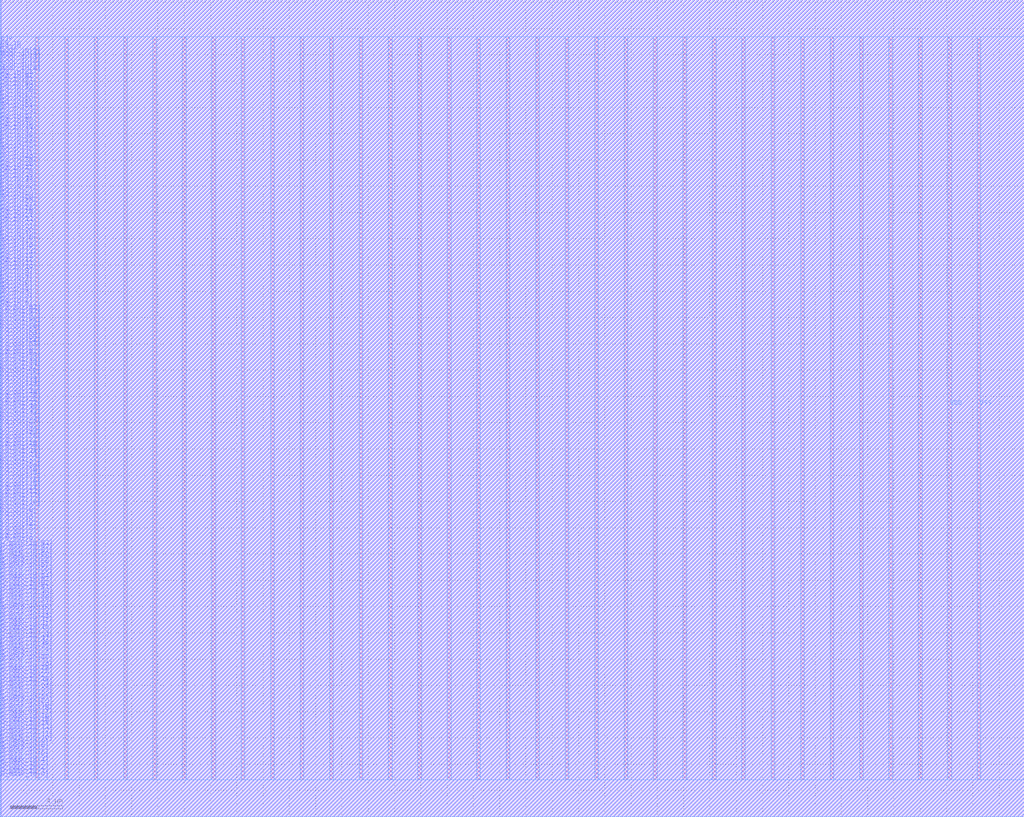
<source format=lef>
VERSION 5.7 ;
BUSBITCHARS "[]" ;
MACRO fakeram45_64x64_bottom
  FOREIGN fakeram45_64x64_bottom 0 0 ;
  SYMMETRY X Y R90 ;
  SIZE 77.900 BY 62.200 ;
  CLASS BLOCK ;
  PIN w_mask_in[0]
    DIRECTION INPUT ;
    USE SIGNAL ;
    SHAPE ABUTMENT ;
    PORT
      LAYER M3 ;
      RECT 0.000 2.800 0.070 2.870 ;
    END
  END w_mask_in[0]
  PIN w_mask_in[1]
    DIRECTION INPUT ;
    USE SIGNAL ;
    SHAPE ABUTMENT ;
    PORT
      LAYER M3 ;
      RECT 0.000 3.080 0.070 3.150 ;
    END
  END w_mask_in[1]
  PIN w_mask_in[2]
    DIRECTION INPUT ;
    USE SIGNAL ;
    SHAPE ABUTMENT ;
    PORT
      LAYER M3 ;
      RECT 0.000 3.360 0.070 3.430 ;
    END
  END w_mask_in[2]
  PIN w_mask_in[3]
    DIRECTION INPUT ;
    USE SIGNAL ;
    SHAPE ABUTMENT ;
    PORT
      LAYER M3 ;
      RECT 0.000 3.640 0.070 3.710 ;
    END
  END w_mask_in[3]
  PIN w_mask_in[4]
    DIRECTION INPUT ;
    USE SIGNAL ;
    SHAPE ABUTMENT ;
    PORT
      LAYER M3 ;
      RECT 0.000 3.920 0.070 3.990 ;
    END
  END w_mask_in[4]
  PIN w_mask_in[5]
    DIRECTION INPUT ;
    USE SIGNAL ;
    SHAPE ABUTMENT ;
    PORT
      LAYER M3 ;
      RECT 0.000 4.200 0.070 4.270 ;
    END
  END w_mask_in[5]
  PIN w_mask_in[6]
    DIRECTION INPUT ;
    USE SIGNAL ;
    SHAPE ABUTMENT ;
    PORT
      LAYER M3 ;
      RECT 0.000 4.480 0.070 4.550 ;
    END
  END w_mask_in[6]
  PIN w_mask_in[7]
    DIRECTION INPUT ;
    USE SIGNAL ;
    SHAPE ABUTMENT ;
    PORT
      LAYER M3 ;
      RECT 0.000 4.760 0.070 4.830 ;
    END
  END w_mask_in[7]
  PIN w_mask_in[8]
    DIRECTION INPUT ;
    USE SIGNAL ;
    SHAPE ABUTMENT ;
    PORT
      LAYER M3 ;
      RECT 0.000 5.040 0.070 5.110 ;
    END
  END w_mask_in[8]
  PIN w_mask_in[9]
    DIRECTION INPUT ;
    USE SIGNAL ;
    SHAPE ABUTMENT ;
    PORT
      LAYER M3 ;
      RECT 0.000 5.320 0.070 5.390 ;
    END
  END w_mask_in[9]
  PIN w_mask_in[10]
    DIRECTION INPUT ;
    USE SIGNAL ;
    SHAPE ABUTMENT ;
    PORT
      LAYER M3 ;
      RECT 0.000 5.600 0.070 5.670 ;
    END
  END w_mask_in[10]
  PIN w_mask_in[11]
    DIRECTION INPUT ;
    USE SIGNAL ;
    SHAPE ABUTMENT ;
    PORT
      LAYER M3 ;
      RECT 0.000 5.880 0.070 5.950 ;
    END
  END w_mask_in[11]
  PIN w_mask_in[12]
    DIRECTION INPUT ;
    USE SIGNAL ;
    SHAPE ABUTMENT ;
    PORT
      LAYER M3 ;
      RECT 0.000 6.160 0.070 6.230 ;
    END
  END w_mask_in[12]
  PIN w_mask_in[13]
    DIRECTION INPUT ;
    USE SIGNAL ;
    SHAPE ABUTMENT ;
    PORT
      LAYER M3 ;
      RECT 0.000 6.440 0.070 6.510 ;
    END
  END w_mask_in[13]
  PIN w_mask_in[14]
    DIRECTION INPUT ;
    USE SIGNAL ;
    SHAPE ABUTMENT ;
    PORT
      LAYER M3 ;
      RECT 0.000 6.720 0.070 6.790 ;
    END
  END w_mask_in[14]
  PIN w_mask_in[15]
    DIRECTION INPUT ;
    USE SIGNAL ;
    SHAPE ABUTMENT ;
    PORT
      LAYER M3 ;
      RECT 0.000 7.000 0.070 7.070 ;
    END
  END w_mask_in[15]
  PIN w_mask_in[16]
    DIRECTION INPUT ;
    USE SIGNAL ;
    SHAPE ABUTMENT ;
    PORT
      LAYER M3 ;
      RECT 0.000 7.280 0.070 7.350 ;
    END
  END w_mask_in[16]
  PIN w_mask_in[17]
    DIRECTION INPUT ;
    USE SIGNAL ;
    SHAPE ABUTMENT ;
    PORT
      LAYER M3 ;
      RECT 0.000 7.560 0.070 7.630 ;
    END
  END w_mask_in[17]
  PIN w_mask_in[18]
    DIRECTION INPUT ;
    USE SIGNAL ;
    SHAPE ABUTMENT ;
    PORT
      LAYER M3 ;
      RECT 0.000 7.840 0.070 7.910 ;
    END
  END w_mask_in[18]
  PIN w_mask_in[19]
    DIRECTION INPUT ;
    USE SIGNAL ;
    SHAPE ABUTMENT ;
    PORT
      LAYER M3 ;
      RECT 0.000 8.120 0.070 8.190 ;
    END
  END w_mask_in[19]
  PIN w_mask_in[20]
    DIRECTION INPUT ;
    USE SIGNAL ;
    SHAPE ABUTMENT ;
    PORT
      LAYER M3 ;
      RECT 0.000 8.400 0.070 8.470 ;
    END
  END w_mask_in[20]
  PIN w_mask_in[21]
    DIRECTION INPUT ;
    USE SIGNAL ;
    SHAPE ABUTMENT ;
    PORT
      LAYER M3 ;
      RECT 0.000 8.680 0.070 8.750 ;
    END
  END w_mask_in[21]
  PIN w_mask_in[22]
    DIRECTION INPUT ;
    USE SIGNAL ;
    SHAPE ABUTMENT ;
    PORT
      LAYER M3 ;
      RECT 0.000 8.960 0.070 9.030 ;
    END
  END w_mask_in[22]
  PIN w_mask_in[23]
    DIRECTION INPUT ;
    USE SIGNAL ;
    SHAPE ABUTMENT ;
    PORT
      LAYER M3 ;
      RECT 0.000 9.240 0.070 9.310 ;
    END
  END w_mask_in[23]
  PIN w_mask_in[24]
    DIRECTION INPUT ;
    USE SIGNAL ;
    SHAPE ABUTMENT ;
    PORT
      LAYER M3 ;
      RECT 0.000 9.520 0.070 9.590 ;
    END
  END w_mask_in[24]
  PIN w_mask_in[25]
    DIRECTION INPUT ;
    USE SIGNAL ;
    SHAPE ABUTMENT ;
    PORT
      LAYER M3 ;
      RECT 0.000 9.800 0.070 9.870 ;
    END
  END w_mask_in[25]
  PIN w_mask_in[26]
    DIRECTION INPUT ;
    USE SIGNAL ;
    SHAPE ABUTMENT ;
    PORT
      LAYER M3 ;
      RECT 0.000 10.080 0.070 10.150 ;
    END
  END w_mask_in[26]
  PIN w_mask_in[27]
    DIRECTION INPUT ;
    USE SIGNAL ;
    SHAPE ABUTMENT ;
    PORT
      LAYER M3 ;
      RECT 0.000 10.360 0.070 10.430 ;
    END
  END w_mask_in[27]
  PIN w_mask_in[28]
    DIRECTION INPUT ;
    USE SIGNAL ;
    SHAPE ABUTMENT ;
    PORT
      LAYER M3 ;
      RECT 0.000 10.640 0.070 10.710 ;
    END
  END w_mask_in[28]
  PIN w_mask_in[29]
    DIRECTION INPUT ;
    USE SIGNAL ;
    SHAPE ABUTMENT ;
    PORT
      LAYER M3 ;
      RECT 0.000 10.920 0.070 10.990 ;
    END
  END w_mask_in[29]
  PIN w_mask_in[30]
    DIRECTION INPUT ;
    USE SIGNAL ;
    SHAPE ABUTMENT ;
    PORT
      LAYER M3 ;
      RECT 0.000 11.200 0.070 11.270 ;
    END
  END w_mask_in[30]
  PIN w_mask_in[31]
    DIRECTION INPUT ;
    USE SIGNAL ;
    SHAPE ABUTMENT ;
    PORT
      LAYER M3 ;
      RECT 0.000 11.480 0.070 11.550 ;
    END
  END w_mask_in[31]
  PIN w_mask_in[32]
    DIRECTION INPUT ;
    USE SIGNAL ;
    SHAPE ABUTMENT ;
    PORT
      LAYER M3 ;
      RECT 0.000 11.760 0.070 11.830 ;
    END
  END w_mask_in[32]
  PIN w_mask_in[33]
    DIRECTION INPUT ;
    USE SIGNAL ;
    SHAPE ABUTMENT ;
    PORT
      LAYER M3 ;
      RECT 0.000 12.040 0.070 12.110 ;
    END
  END w_mask_in[33]
  PIN w_mask_in[34]
    DIRECTION INPUT ;
    USE SIGNAL ;
    SHAPE ABUTMENT ;
    PORT
      LAYER M3 ;
      RECT 0.000 12.320 0.070 12.390 ;
    END
  END w_mask_in[34]
  PIN w_mask_in[35]
    DIRECTION INPUT ;
    USE SIGNAL ;
    SHAPE ABUTMENT ;
    PORT
      LAYER M3 ;
      RECT 0.000 12.600 0.070 12.670 ;
    END
  END w_mask_in[35]
  PIN w_mask_in[36]
    DIRECTION INPUT ;
    USE SIGNAL ;
    SHAPE ABUTMENT ;
    PORT
      LAYER M3 ;
      RECT 0.000 12.880 0.070 12.950 ;
    END
  END w_mask_in[36]
  PIN w_mask_in[37]
    DIRECTION INPUT ;
    USE SIGNAL ;
    SHAPE ABUTMENT ;
    PORT
      LAYER M3 ;
      RECT 0.000 13.160 0.070 13.230 ;
    END
  END w_mask_in[37]
  PIN w_mask_in[38]
    DIRECTION INPUT ;
    USE SIGNAL ;
    SHAPE ABUTMENT ;
    PORT
      LAYER M3 ;
      RECT 0.000 13.440 0.070 13.510 ;
    END
  END w_mask_in[38]
  PIN w_mask_in[39]
    DIRECTION INPUT ;
    USE SIGNAL ;
    SHAPE ABUTMENT ;
    PORT
      LAYER M3 ;
      RECT 0.000 13.720 0.070 13.790 ;
    END
  END w_mask_in[39]
  PIN w_mask_in[40]
    DIRECTION INPUT ;
    USE SIGNAL ;
    SHAPE ABUTMENT ;
    PORT
      LAYER M3 ;
      RECT 0.000 14.000 0.070 14.070 ;
    END
  END w_mask_in[40]
  PIN w_mask_in[41]
    DIRECTION INPUT ;
    USE SIGNAL ;
    SHAPE ABUTMENT ;
    PORT
      LAYER M3 ;
      RECT 0.000 14.280 0.070 14.350 ;
    END
  END w_mask_in[41]
  PIN w_mask_in[42]
    DIRECTION INPUT ;
    USE SIGNAL ;
    SHAPE ABUTMENT ;
    PORT
      LAYER M3 ;
      RECT 0.000 14.560 0.070 14.630 ;
    END
  END w_mask_in[42]
  PIN w_mask_in[43]
    DIRECTION INPUT ;
    USE SIGNAL ;
    SHAPE ABUTMENT ;
    PORT
      LAYER M3 ;
      RECT 0.000 14.840 0.070 14.910 ;
    END
  END w_mask_in[43]
  PIN w_mask_in[44]
    DIRECTION INPUT ;
    USE SIGNAL ;
    SHAPE ABUTMENT ;
    PORT
      LAYER M3 ;
      RECT 0.000 15.120 0.070 15.190 ;
    END
  END w_mask_in[44]
  PIN w_mask_in[45]
    DIRECTION INPUT ;
    USE SIGNAL ;
    SHAPE ABUTMENT ;
    PORT
      LAYER M3 ;
      RECT 0.000 15.400 0.070 15.470 ;
    END
  END w_mask_in[45]
  PIN w_mask_in[46]
    DIRECTION INPUT ;
    USE SIGNAL ;
    SHAPE ABUTMENT ;
    PORT
      LAYER M3 ;
      RECT 0.000 15.680 0.070 15.750 ;
    END
  END w_mask_in[46]
  PIN w_mask_in[47]
    DIRECTION INPUT ;
    USE SIGNAL ;
    SHAPE ABUTMENT ;
    PORT
      LAYER M3 ;
      RECT 0.000 15.960 0.070 16.030 ;
    END
  END w_mask_in[47]
  PIN w_mask_in[48]
    DIRECTION INPUT ;
    USE SIGNAL ;
    SHAPE ABUTMENT ;
    PORT
      LAYER M3 ;
      RECT 0.000 16.240 0.070 16.310 ;
    END
  END w_mask_in[48]
  PIN w_mask_in[49]
    DIRECTION INPUT ;
    USE SIGNAL ;
    SHAPE ABUTMENT ;
    PORT
      LAYER M3 ;
      RECT 0.000 16.520 0.070 16.590 ;
    END
  END w_mask_in[49]
  PIN w_mask_in[50]
    DIRECTION INPUT ;
    USE SIGNAL ;
    SHAPE ABUTMENT ;
    PORT
      LAYER M3 ;
      RECT 0.000 16.800 0.070 16.870 ;
    END
  END w_mask_in[50]
  PIN w_mask_in[51]
    DIRECTION INPUT ;
    USE SIGNAL ;
    SHAPE ABUTMENT ;
    PORT
      LAYER M3 ;
      RECT 0.000 17.080 0.070 17.150 ;
    END
  END w_mask_in[51]
  PIN w_mask_in[52]
    DIRECTION INPUT ;
    USE SIGNAL ;
    SHAPE ABUTMENT ;
    PORT
      LAYER M3 ;
      RECT 0.000 17.360 0.070 17.430 ;
    END
  END w_mask_in[52]
  PIN w_mask_in[53]
    DIRECTION INPUT ;
    USE SIGNAL ;
    SHAPE ABUTMENT ;
    PORT
      LAYER M3 ;
      RECT 0.000 17.640 0.070 17.710 ;
    END
  END w_mask_in[53]
  PIN w_mask_in[54]
    DIRECTION INPUT ;
    USE SIGNAL ;
    SHAPE ABUTMENT ;
    PORT
      LAYER M3 ;
      RECT 0.000 17.920 0.070 17.990 ;
    END
  END w_mask_in[54]
  PIN w_mask_in[55]
    DIRECTION INPUT ;
    USE SIGNAL ;
    SHAPE ABUTMENT ;
    PORT
      LAYER M3 ;
      RECT 0.000 18.200 0.070 18.270 ;
    END
  END w_mask_in[55]
  PIN w_mask_in[56]
    DIRECTION INPUT ;
    USE SIGNAL ;
    SHAPE ABUTMENT ;
    PORT
      LAYER M3 ;
      RECT 0.000 18.480 0.070 18.550 ;
    END
  END w_mask_in[56]
  PIN w_mask_in[57]
    DIRECTION INPUT ;
    USE SIGNAL ;
    SHAPE ABUTMENT ;
    PORT
      LAYER M3 ;
      RECT 0.000 18.760 0.070 18.830 ;
    END
  END w_mask_in[57]
  PIN w_mask_in[58]
    DIRECTION INPUT ;
    USE SIGNAL ;
    SHAPE ABUTMENT ;
    PORT
      LAYER M3 ;
      RECT 0.000 19.040 0.070 19.110 ;
    END
  END w_mask_in[58]
  PIN w_mask_in[59]
    DIRECTION INPUT ;
    USE SIGNAL ;
    SHAPE ABUTMENT ;
    PORT
      LAYER M3 ;
      RECT 0.000 19.320 0.070 19.390 ;
    END
  END w_mask_in[59]
  PIN w_mask_in[60]
    DIRECTION INPUT ;
    USE SIGNAL ;
    SHAPE ABUTMENT ;
    PORT
      LAYER M3 ;
      RECT 0.000 19.600 0.070 19.670 ;
    END
  END w_mask_in[60]
  PIN w_mask_in[61]
    DIRECTION INPUT ;
    USE SIGNAL ;
    SHAPE ABUTMENT ;
    PORT
      LAYER M3 ;
      RECT 0.000 19.880 0.070 19.950 ;
    END
  END w_mask_in[61]
  PIN w_mask_in[62]
    DIRECTION INPUT ;
    USE SIGNAL ;
    SHAPE ABUTMENT ;
    PORT
      LAYER M3 ;
      RECT 0.000 20.160 0.070 20.230 ;
    END
  END w_mask_in[62]
  PIN w_mask_in[63]
    DIRECTION INPUT ;
    USE SIGNAL ;
    SHAPE ABUTMENT ;
    PORT
      LAYER M3 ;
      RECT 0.000 20.440 0.070 20.510 ;
    END
  END w_mask_in[63]
  PIN rd_out[0]
    DIRECTION OUTPUT ;
    USE SIGNAL ;
    SHAPE ABUTMENT ;
    PORT
      LAYER M3 ;
      RECT 0.000 20.720 0.070 20.790 ;
    END
  END rd_out[0]
  PIN rd_out[1]
    DIRECTION OUTPUT ;
    USE SIGNAL ;
    SHAPE ABUTMENT ;
    PORT
      LAYER M3 ;
      RECT 0.000 21.000 0.070 21.070 ;
    END
  END rd_out[1]
  PIN rd_out[2]
    DIRECTION OUTPUT ;
    USE SIGNAL ;
    SHAPE ABUTMENT ;
    PORT
      LAYER M3 ;
      RECT 0.000 21.280 0.070 21.350 ;
    END
  END rd_out[2]
  PIN rd_out[3]
    DIRECTION OUTPUT ;
    USE SIGNAL ;
    SHAPE ABUTMENT ;
    PORT
      LAYER M3 ;
      RECT 0.000 21.560 0.070 21.630 ;
    END
  END rd_out[3]
  PIN rd_out[4]
    DIRECTION OUTPUT ;
    USE SIGNAL ;
    SHAPE ABUTMENT ;
    PORT
      LAYER M3 ;
      RECT 0.000 21.840 0.070 21.910 ;
    END
  END rd_out[4]
  PIN rd_out[5]
    DIRECTION OUTPUT ;
    USE SIGNAL ;
    SHAPE ABUTMENT ;
    PORT
      LAYER M3 ;
      RECT 0.000 22.120 0.070 22.190 ;
    END
  END rd_out[5]
  PIN rd_out[6]
    DIRECTION OUTPUT ;
    USE SIGNAL ;
    SHAPE ABUTMENT ;
    PORT
      LAYER M3 ;
      RECT 0.000 22.400 0.070 22.470 ;
    END
  END rd_out[6]
  PIN rd_out[7]
    DIRECTION OUTPUT ;
    USE SIGNAL ;
    SHAPE ABUTMENT ;
    PORT
      LAYER M3 ;
      RECT 0.000 22.680 0.070 22.750 ;
    END
  END rd_out[7]
  PIN rd_out[8]
    DIRECTION OUTPUT ;
    USE SIGNAL ;
    SHAPE ABUTMENT ;
    PORT
      LAYER M3 ;
      RECT 0.000 22.960 0.070 23.030 ;
    END
  END rd_out[8]
  PIN rd_out[9]
    DIRECTION OUTPUT ;
    USE SIGNAL ;
    SHAPE ABUTMENT ;
    PORT
      LAYER M3 ;
      RECT 0.000 23.240 0.070 23.310 ;
    END
  END rd_out[9]
  PIN rd_out[10]
    DIRECTION OUTPUT ;
    USE SIGNAL ;
    SHAPE ABUTMENT ;
    PORT
      LAYER M3 ;
      RECT 0.000 23.520 0.070 23.590 ;
    END
  END rd_out[10]
  PIN rd_out[11]
    DIRECTION OUTPUT ;
    USE SIGNAL ;
    SHAPE ABUTMENT ;
    PORT
      LAYER M3 ;
      RECT 0.000 23.800 0.070 23.870 ;
    END
  END rd_out[11]
  PIN rd_out[12]
    DIRECTION OUTPUT ;
    USE SIGNAL ;
    SHAPE ABUTMENT ;
    PORT
      LAYER M3 ;
      RECT 0.000 24.080 0.070 24.150 ;
    END
  END rd_out[12]
  PIN rd_out[13]
    DIRECTION OUTPUT ;
    USE SIGNAL ;
    SHAPE ABUTMENT ;
    PORT
      LAYER M3 ;
      RECT 0.000 24.360 0.070 24.430 ;
    END
  END rd_out[13]
  PIN rd_out[14]
    DIRECTION OUTPUT ;
    USE SIGNAL ;
    SHAPE ABUTMENT ;
    PORT
      LAYER M3 ;
      RECT 0.000 24.640 0.070 24.710 ;
    END
  END rd_out[14]
  PIN rd_out[15]
    DIRECTION OUTPUT ;
    USE SIGNAL ;
    SHAPE ABUTMENT ;
    PORT
      LAYER M3 ;
      RECT 0.000 24.920 0.070 24.990 ;
    END
  END rd_out[15]
  PIN rd_out[16]
    DIRECTION OUTPUT ;
    USE SIGNAL ;
    SHAPE ABUTMENT ;
    PORT
      LAYER M3 ;
      RECT 0.000 25.200 0.070 25.270 ;
    END
  END rd_out[16]
  PIN rd_out[17]
    DIRECTION OUTPUT ;
    USE SIGNAL ;
    SHAPE ABUTMENT ;
    PORT
      LAYER M3 ;
      RECT 0.000 25.480 0.070 25.550 ;
    END
  END rd_out[17]
  PIN rd_out[18]
    DIRECTION OUTPUT ;
    USE SIGNAL ;
    SHAPE ABUTMENT ;
    PORT
      LAYER M3 ;
      RECT 0.000 25.760 0.070 25.830 ;
    END
  END rd_out[18]
  PIN rd_out[19]
    DIRECTION OUTPUT ;
    USE SIGNAL ;
    SHAPE ABUTMENT ;
    PORT
      LAYER M3 ;
      RECT 0.000 26.040 0.070 26.110 ;
    END
  END rd_out[19]
  PIN rd_out[20]
    DIRECTION OUTPUT ;
    USE SIGNAL ;
    SHAPE ABUTMENT ;
    PORT
      LAYER M3 ;
      RECT 0.000 26.320 0.070 26.390 ;
    END
  END rd_out[20]
  PIN rd_out[21]
    DIRECTION OUTPUT ;
    USE SIGNAL ;
    SHAPE ABUTMENT ;
    PORT
      LAYER M3 ;
      RECT 0.000 26.600 0.070 26.670 ;
    END
  END rd_out[21]
  PIN rd_out[22]
    DIRECTION OUTPUT ;
    USE SIGNAL ;
    SHAPE ABUTMENT ;
    PORT
      LAYER M3 ;
      RECT 0.000 26.880 0.070 26.950 ;
    END
  END rd_out[22]
  PIN rd_out[23]
    DIRECTION OUTPUT ;
    USE SIGNAL ;
    SHAPE ABUTMENT ;
    PORT
      LAYER M3 ;
      RECT 0.000 27.160 0.070 27.230 ;
    END
  END rd_out[23]
  PIN rd_out[24]
    DIRECTION OUTPUT ;
    USE SIGNAL ;
    SHAPE ABUTMENT ;
    PORT
      LAYER M3 ;
      RECT 0.000 27.440 0.070 27.510 ;
    END
  END rd_out[24]
  PIN rd_out[25]
    DIRECTION OUTPUT ;
    USE SIGNAL ;
    SHAPE ABUTMENT ;
    PORT
      LAYER M3 ;
      RECT 0.000 27.720 0.070 27.790 ;
    END
  END rd_out[25]
  PIN rd_out[26]
    DIRECTION OUTPUT ;
    USE SIGNAL ;
    SHAPE ABUTMENT ;
    PORT
      LAYER M3 ;
      RECT 0.000 28.000 0.070 28.070 ;
    END
  END rd_out[26]
  PIN rd_out[27]
    DIRECTION OUTPUT ;
    USE SIGNAL ;
    SHAPE ABUTMENT ;
    PORT
      LAYER M3 ;
      RECT 0.000 28.280 0.070 28.350 ;
    END
  END rd_out[27]
  PIN rd_out[28]
    DIRECTION OUTPUT ;
    USE SIGNAL ;
    SHAPE ABUTMENT ;
    PORT
      LAYER M3 ;
      RECT 0.000 28.560 0.070 28.630 ;
    END
  END rd_out[28]
  PIN rd_out[29]
    DIRECTION OUTPUT ;
    USE SIGNAL ;
    SHAPE ABUTMENT ;
    PORT
      LAYER M3 ;
      RECT 0.000 28.840 0.070 28.910 ;
    END
  END rd_out[29]
  PIN rd_out[30]
    DIRECTION OUTPUT ;
    USE SIGNAL ;
    SHAPE ABUTMENT ;
    PORT
      LAYER M3 ;
      RECT 0.000 29.120 0.070 29.190 ;
    END
  END rd_out[30]
  PIN rd_out[31]
    DIRECTION OUTPUT ;
    USE SIGNAL ;
    SHAPE ABUTMENT ;
    PORT
      LAYER M3 ;
      RECT 0.000 29.400 0.070 29.470 ;
    END
  END rd_out[31]
  PIN rd_out[32]
    DIRECTION OUTPUT ;
    USE SIGNAL ;
    SHAPE ABUTMENT ;
    PORT
      LAYER M3 ;
      RECT 0.000 29.680 0.070 29.750 ;
    END
  END rd_out[32]
  PIN rd_out[33]
    DIRECTION OUTPUT ;
    USE SIGNAL ;
    SHAPE ABUTMENT ;
    PORT
      LAYER M3 ;
      RECT 0.000 29.960 0.070 30.030 ;
    END
  END rd_out[33]
  PIN rd_out[34]
    DIRECTION OUTPUT ;
    USE SIGNAL ;
    SHAPE ABUTMENT ;
    PORT
      LAYER M3 ;
      RECT 0.000 30.240 0.070 30.310 ;
    END
  END rd_out[34]
  PIN rd_out[35]
    DIRECTION OUTPUT ;
    USE SIGNAL ;
    SHAPE ABUTMENT ;
    PORT
      LAYER M3 ;
      RECT 0.000 30.520 0.070 30.590 ;
    END
  END rd_out[35]
  PIN rd_out[36]
    DIRECTION OUTPUT ;
    USE SIGNAL ;
    SHAPE ABUTMENT ;
    PORT
      LAYER M3 ;
      RECT 0.000 30.800 0.070 30.870 ;
    END
  END rd_out[36]
  PIN rd_out[37]
    DIRECTION OUTPUT ;
    USE SIGNAL ;
    SHAPE ABUTMENT ;
    PORT
      LAYER M3 ;
      RECT 0.000 31.080 0.070 31.150 ;
    END
  END rd_out[37]
  PIN rd_out[38]
    DIRECTION OUTPUT ;
    USE SIGNAL ;
    SHAPE ABUTMENT ;
    PORT
      LAYER M3 ;
      RECT 0.000 31.360 0.070 31.430 ;
    END
  END rd_out[38]
  PIN rd_out[39]
    DIRECTION OUTPUT ;
    USE SIGNAL ;
    SHAPE ABUTMENT ;
    PORT
      LAYER M3 ;
      RECT 0.000 31.640 0.070 31.710 ;
    END
  END rd_out[39]
  PIN rd_out[40]
    DIRECTION OUTPUT ;
    USE SIGNAL ;
    SHAPE ABUTMENT ;
    PORT
      LAYER M3 ;
      RECT 0.000 31.920 0.070 31.990 ;
    END
  END rd_out[40]
  PIN rd_out[41]
    DIRECTION OUTPUT ;
    USE SIGNAL ;
    SHAPE ABUTMENT ;
    PORT
      LAYER M3 ;
      RECT 0.000 32.200 0.070 32.270 ;
    END
  END rd_out[41]
  PIN rd_out[42]
    DIRECTION OUTPUT ;
    USE SIGNAL ;
    SHAPE ABUTMENT ;
    PORT
      LAYER M3 ;
      RECT 0.000 32.480 0.070 32.550 ;
    END
  END rd_out[42]
  PIN rd_out[43]
    DIRECTION OUTPUT ;
    USE SIGNAL ;
    SHAPE ABUTMENT ;
    PORT
      LAYER M3 ;
      RECT 0.000 32.760 0.070 32.830 ;
    END
  END rd_out[43]
  PIN rd_out[44]
    DIRECTION OUTPUT ;
    USE SIGNAL ;
    SHAPE ABUTMENT ;
    PORT
      LAYER M3 ;
      RECT 0.000 33.040 0.070 33.110 ;
    END
  END rd_out[44]
  PIN rd_out[45]
    DIRECTION OUTPUT ;
    USE SIGNAL ;
    SHAPE ABUTMENT ;
    PORT
      LAYER M3 ;
      RECT 0.000 33.320 0.070 33.390 ;
    END
  END rd_out[45]
  PIN rd_out[46]
    DIRECTION OUTPUT ;
    USE SIGNAL ;
    SHAPE ABUTMENT ;
    PORT
      LAYER M3 ;
      RECT 0.000 33.600 0.070 33.670 ;
    END
  END rd_out[46]
  PIN rd_out[47]
    DIRECTION OUTPUT ;
    USE SIGNAL ;
    SHAPE ABUTMENT ;
    PORT
      LAYER M3 ;
      RECT 0.000 33.880 0.070 33.950 ;
    END
  END rd_out[47]
  PIN rd_out[48]
    DIRECTION OUTPUT ;
    USE SIGNAL ;
    SHAPE ABUTMENT ;
    PORT
      LAYER M3 ;
      RECT 0.000 34.160 0.070 34.230 ;
    END
  END rd_out[48]
  PIN rd_out[49]
    DIRECTION OUTPUT ;
    USE SIGNAL ;
    SHAPE ABUTMENT ;
    PORT
      LAYER M3 ;
      RECT 0.000 34.440 0.070 34.510 ;
    END
  END rd_out[49]
  PIN rd_out[50]
    DIRECTION OUTPUT ;
    USE SIGNAL ;
    SHAPE ABUTMENT ;
    PORT
      LAYER M3 ;
      RECT 0.000 34.720 0.070 34.790 ;
    END
  END rd_out[50]
  PIN rd_out[51]
    DIRECTION OUTPUT ;
    USE SIGNAL ;
    SHAPE ABUTMENT ;
    PORT
      LAYER M3 ;
      RECT 0.000 35.000 0.070 35.070 ;
    END
  END rd_out[51]
  PIN rd_out[52]
    DIRECTION OUTPUT ;
    USE SIGNAL ;
    SHAPE ABUTMENT ;
    PORT
      LAYER M3 ;
      RECT 0.000 35.280 0.070 35.350 ;
    END
  END rd_out[52]
  PIN rd_out[53]
    DIRECTION OUTPUT ;
    USE SIGNAL ;
    SHAPE ABUTMENT ;
    PORT
      LAYER M3 ;
      RECT 0.000 35.560 0.070 35.630 ;
    END
  END rd_out[53]
  PIN rd_out[54]
    DIRECTION OUTPUT ;
    USE SIGNAL ;
    SHAPE ABUTMENT ;
    PORT
      LAYER M3 ;
      RECT 0.000 35.840 0.070 35.910 ;
    END
  END rd_out[54]
  PIN rd_out[55]
    DIRECTION OUTPUT ;
    USE SIGNAL ;
    SHAPE ABUTMENT ;
    PORT
      LAYER M3 ;
      RECT 0.000 36.120 0.070 36.190 ;
    END
  END rd_out[55]
  PIN rd_out[56]
    DIRECTION OUTPUT ;
    USE SIGNAL ;
    SHAPE ABUTMENT ;
    PORT
      LAYER M3 ;
      RECT 0.000 36.400 0.070 36.470 ;
    END
  END rd_out[56]
  PIN rd_out[57]
    DIRECTION OUTPUT ;
    USE SIGNAL ;
    SHAPE ABUTMENT ;
    PORT
      LAYER M3 ;
      RECT 0.000 36.680 0.070 36.750 ;
    END
  END rd_out[57]
  PIN rd_out[58]
    DIRECTION OUTPUT ;
    USE SIGNAL ;
    SHAPE ABUTMENT ;
    PORT
      LAYER M3 ;
      RECT 0.000 36.960 0.070 37.030 ;
    END
  END rd_out[58]
  PIN rd_out[59]
    DIRECTION OUTPUT ;
    USE SIGNAL ;
    SHAPE ABUTMENT ;
    PORT
      LAYER M3 ;
      RECT 0.000 37.240 0.070 37.310 ;
    END
  END rd_out[59]
  PIN rd_out[60]
    DIRECTION OUTPUT ;
    USE SIGNAL ;
    SHAPE ABUTMENT ;
    PORT
      LAYER M3 ;
      RECT 0.000 37.520 0.070 37.590 ;
    END
  END rd_out[60]
  PIN rd_out[61]
    DIRECTION OUTPUT ;
    USE SIGNAL ;
    SHAPE ABUTMENT ;
    PORT
      LAYER M3 ;
      RECT 0.000 37.800 0.070 37.870 ;
    END
  END rd_out[61]
  PIN rd_out[62]
    DIRECTION OUTPUT ;
    USE SIGNAL ;
    SHAPE ABUTMENT ;
    PORT
      LAYER M3 ;
      RECT 0.000 38.080 0.070 38.150 ;
    END
  END rd_out[62]
  PIN rd_out[63]
    DIRECTION OUTPUT ;
    USE SIGNAL ;
    SHAPE ABUTMENT ;
    PORT
      LAYER M3 ;
      RECT 0.000 38.360 0.070 38.430 ;
    END
  END rd_out[63]
  PIN wd_in[0]
    DIRECTION INPUT ;
    USE SIGNAL ;
    SHAPE ABUTMENT ;
    PORT
      LAYER M3 ;
      RECT 0.000 38.640 0.070 38.710 ;
    END
  END wd_in[0]
  PIN wd_in[1]
    DIRECTION INPUT ;
    USE SIGNAL ;
    SHAPE ABUTMENT ;
    PORT
      LAYER M3 ;
      RECT 0.000 38.920 0.070 38.990 ;
    END
  END wd_in[1]
  PIN wd_in[2]
    DIRECTION INPUT ;
    USE SIGNAL ;
    SHAPE ABUTMENT ;
    PORT
      LAYER M3 ;
      RECT 0.000 39.200 0.070 39.270 ;
    END
  END wd_in[2]
  PIN wd_in[3]
    DIRECTION INPUT ;
    USE SIGNAL ;
    SHAPE ABUTMENT ;
    PORT
      LAYER M3 ;
      RECT 0.000 39.480 0.070 39.550 ;
    END
  END wd_in[3]
  PIN wd_in[4]
    DIRECTION INPUT ;
    USE SIGNAL ;
    SHAPE ABUTMENT ;
    PORT
      LAYER M3 ;
      RECT 0.000 39.760 0.070 39.830 ;
    END
  END wd_in[4]
  PIN wd_in[5]
    DIRECTION INPUT ;
    USE SIGNAL ;
    SHAPE ABUTMENT ;
    PORT
      LAYER M3 ;
      RECT 0.000 40.040 0.070 40.110 ;
    END
  END wd_in[5]
  PIN wd_in[6]
    DIRECTION INPUT ;
    USE SIGNAL ;
    SHAPE ABUTMENT ;
    PORT
      LAYER M3 ;
      RECT 0.000 40.320 0.070 40.390 ;
    END
  END wd_in[6]
  PIN wd_in[7]
    DIRECTION INPUT ;
    USE SIGNAL ;
    SHAPE ABUTMENT ;
    PORT
      LAYER M3 ;
      RECT 0.000 40.600 0.070 40.670 ;
    END
  END wd_in[7]
  PIN wd_in[8]
    DIRECTION INPUT ;
    USE SIGNAL ;
    SHAPE ABUTMENT ;
    PORT
      LAYER M3 ;
      RECT 0.000 40.880 0.070 40.950 ;
    END
  END wd_in[8]
  PIN wd_in[9]
    DIRECTION INPUT ;
    USE SIGNAL ;
    SHAPE ABUTMENT ;
    PORT
      LAYER M3 ;
      RECT 0.000 41.160 0.070 41.230 ;
    END
  END wd_in[9]
  PIN wd_in[10]
    DIRECTION INPUT ;
    USE SIGNAL ;
    SHAPE ABUTMENT ;
    PORT
      LAYER M3 ;
      RECT 0.000 41.440 0.070 41.510 ;
    END
  END wd_in[10]
  PIN wd_in[11]
    DIRECTION INPUT ;
    USE SIGNAL ;
    SHAPE ABUTMENT ;
    PORT
      LAYER M3 ;
      RECT 0.000 41.720 0.070 41.790 ;
    END
  END wd_in[11]
  PIN wd_in[12]
    DIRECTION INPUT ;
    USE SIGNAL ;
    SHAPE ABUTMENT ;
    PORT
      LAYER M3 ;
      RECT 0.000 42.000 0.070 42.070 ;
    END
  END wd_in[12]
  PIN wd_in[13]
    DIRECTION INPUT ;
    USE SIGNAL ;
    SHAPE ABUTMENT ;
    PORT
      LAYER M3 ;
      RECT 0.000 42.280 0.070 42.350 ;
    END
  END wd_in[13]
  PIN wd_in[14]
    DIRECTION INPUT ;
    USE SIGNAL ;
    SHAPE ABUTMENT ;
    PORT
      LAYER M3 ;
      RECT 0.000 42.560 0.070 42.630 ;
    END
  END wd_in[14]
  PIN wd_in[15]
    DIRECTION INPUT ;
    USE SIGNAL ;
    SHAPE ABUTMENT ;
    PORT
      LAYER M3 ;
      RECT 0.000 42.840 0.070 42.910 ;
    END
  END wd_in[15]
  PIN wd_in[16]
    DIRECTION INPUT ;
    USE SIGNAL ;
    SHAPE ABUTMENT ;
    PORT
      LAYER M3 ;
      RECT 0.000 43.120 0.070 43.190 ;
    END
  END wd_in[16]
  PIN wd_in[17]
    DIRECTION INPUT ;
    USE SIGNAL ;
    SHAPE ABUTMENT ;
    PORT
      LAYER M3 ;
      RECT 0.000 43.400 0.070 43.470 ;
    END
  END wd_in[17]
  PIN wd_in[18]
    DIRECTION INPUT ;
    USE SIGNAL ;
    SHAPE ABUTMENT ;
    PORT
      LAYER M3 ;
      RECT 0.000 43.680 0.070 43.750 ;
    END
  END wd_in[18]
  PIN wd_in[19]
    DIRECTION INPUT ;
    USE SIGNAL ;
    SHAPE ABUTMENT ;
    PORT
      LAYER M3 ;
      RECT 0.000 43.960 0.070 44.030 ;
    END
  END wd_in[19]
  PIN wd_in[20]
    DIRECTION INPUT ;
    USE SIGNAL ;
    SHAPE ABUTMENT ;
    PORT
      LAYER M3 ;
      RECT 0.000 44.240 0.070 44.310 ;
    END
  END wd_in[20]
  PIN wd_in[21]
    DIRECTION INPUT ;
    USE SIGNAL ;
    SHAPE ABUTMENT ;
    PORT
      LAYER M3 ;
      RECT 0.000 44.520 0.070 44.590 ;
    END
  END wd_in[21]
  PIN wd_in[22]
    DIRECTION INPUT ;
    USE SIGNAL ;
    SHAPE ABUTMENT ;
    PORT
      LAYER M3 ;
      RECT 0.000 44.800 0.070 44.870 ;
    END
  END wd_in[22]
  PIN wd_in[23]
    DIRECTION INPUT ;
    USE SIGNAL ;
    SHAPE ABUTMENT ;
    PORT
      LAYER M3 ;
      RECT 0.000 45.080 0.070 45.150 ;
    END
  END wd_in[23]
  PIN wd_in[24]
    DIRECTION INPUT ;
    USE SIGNAL ;
    SHAPE ABUTMENT ;
    PORT
      LAYER M3 ;
      RECT 0.000 45.360 0.070 45.430 ;
    END
  END wd_in[24]
  PIN wd_in[25]
    DIRECTION INPUT ;
    USE SIGNAL ;
    SHAPE ABUTMENT ;
    PORT
      LAYER M3 ;
      RECT 0.000 45.640 0.070 45.710 ;
    END
  END wd_in[25]
  PIN wd_in[26]
    DIRECTION INPUT ;
    USE SIGNAL ;
    SHAPE ABUTMENT ;
    PORT
      LAYER M3 ;
      RECT 0.000 45.920 0.070 45.990 ;
    END
  END wd_in[26]
  PIN wd_in[27]
    DIRECTION INPUT ;
    USE SIGNAL ;
    SHAPE ABUTMENT ;
    PORT
      LAYER M3 ;
      RECT 0.000 46.200 0.070 46.270 ;
    END
  END wd_in[27]
  PIN wd_in[28]
    DIRECTION INPUT ;
    USE SIGNAL ;
    SHAPE ABUTMENT ;
    PORT
      LAYER M3 ;
      RECT 0.000 46.480 0.070 46.550 ;
    END
  END wd_in[28]
  PIN wd_in[29]
    DIRECTION INPUT ;
    USE SIGNAL ;
    SHAPE ABUTMENT ;
    PORT
      LAYER M3 ;
      RECT 0.000 46.760 0.070 46.830 ;
    END
  END wd_in[29]
  PIN wd_in[30]
    DIRECTION INPUT ;
    USE SIGNAL ;
    SHAPE ABUTMENT ;
    PORT
      LAYER M3 ;
      RECT 0.000 47.040 0.070 47.110 ;
    END
  END wd_in[30]
  PIN wd_in[31]
    DIRECTION INPUT ;
    USE SIGNAL ;
    SHAPE ABUTMENT ;
    PORT
      LAYER M3 ;
      RECT 0.000 47.320 0.070 47.390 ;
    END
  END wd_in[31]
  PIN wd_in[32]
    DIRECTION INPUT ;
    USE SIGNAL ;
    SHAPE ABUTMENT ;
    PORT
      LAYER M3 ;
      RECT 0.000 47.600 0.070 47.670 ;
    END
  END wd_in[32]
  PIN wd_in[33]
    DIRECTION INPUT ;
    USE SIGNAL ;
    SHAPE ABUTMENT ;
    PORT
      LAYER M3 ;
      RECT 0.000 47.880 0.070 47.950 ;
    END
  END wd_in[33]
  PIN wd_in[34]
    DIRECTION INPUT ;
    USE SIGNAL ;
    SHAPE ABUTMENT ;
    PORT
      LAYER M3 ;
      RECT 0.000 48.160 0.070 48.230 ;
    END
  END wd_in[34]
  PIN wd_in[35]
    DIRECTION INPUT ;
    USE SIGNAL ;
    SHAPE ABUTMENT ;
    PORT
      LAYER M3 ;
      RECT 0.000 48.440 0.070 48.510 ;
    END
  END wd_in[35]
  PIN wd_in[36]
    DIRECTION INPUT ;
    USE SIGNAL ;
    SHAPE ABUTMENT ;
    PORT
      LAYER M3 ;
      RECT 0.000 48.720 0.070 48.790 ;
    END
  END wd_in[36]
  PIN wd_in[37]
    DIRECTION INPUT ;
    USE SIGNAL ;
    SHAPE ABUTMENT ;
    PORT
      LAYER M3 ;
      RECT 0.000 49.000 0.070 49.070 ;
    END
  END wd_in[37]
  PIN wd_in[38]
    DIRECTION INPUT ;
    USE SIGNAL ;
    SHAPE ABUTMENT ;
    PORT
      LAYER M3 ;
      RECT 0.000 49.280 0.070 49.350 ;
    END
  END wd_in[38]
  PIN wd_in[39]
    DIRECTION INPUT ;
    USE SIGNAL ;
    SHAPE ABUTMENT ;
    PORT
      LAYER M3 ;
      RECT 0.000 49.560 0.070 49.630 ;
    END
  END wd_in[39]
  PIN wd_in[40]
    DIRECTION INPUT ;
    USE SIGNAL ;
    SHAPE ABUTMENT ;
    PORT
      LAYER M3 ;
      RECT 0.000 49.840 0.070 49.910 ;
    END
  END wd_in[40]
  PIN wd_in[41]
    DIRECTION INPUT ;
    USE SIGNAL ;
    SHAPE ABUTMENT ;
    PORT
      LAYER M3 ;
      RECT 0.000 50.120 0.070 50.190 ;
    END
  END wd_in[41]
  PIN wd_in[42]
    DIRECTION INPUT ;
    USE SIGNAL ;
    SHAPE ABUTMENT ;
    PORT
      LAYER M3 ;
      RECT 0.000 50.400 0.070 50.470 ;
    END
  END wd_in[42]
  PIN wd_in[43]
    DIRECTION INPUT ;
    USE SIGNAL ;
    SHAPE ABUTMENT ;
    PORT
      LAYER M3 ;
      RECT 0.000 50.680 0.070 50.750 ;
    END
  END wd_in[43]
  PIN wd_in[44]
    DIRECTION INPUT ;
    USE SIGNAL ;
    SHAPE ABUTMENT ;
    PORT
      LAYER M3 ;
      RECT 0.000 50.960 0.070 51.030 ;
    END
  END wd_in[44]
  PIN wd_in[45]
    DIRECTION INPUT ;
    USE SIGNAL ;
    SHAPE ABUTMENT ;
    PORT
      LAYER M3 ;
      RECT 0.000 51.240 0.070 51.310 ;
    END
  END wd_in[45]
  PIN wd_in[46]
    DIRECTION INPUT ;
    USE SIGNAL ;
    SHAPE ABUTMENT ;
    PORT
      LAYER M3 ;
      RECT 0.000 51.520 0.070 51.590 ;
    END
  END wd_in[46]
  PIN wd_in[47]
    DIRECTION INPUT ;
    USE SIGNAL ;
    SHAPE ABUTMENT ;
    PORT
      LAYER M3 ;
      RECT 0.000 51.800 0.070 51.870 ;
    END
  END wd_in[47]
  PIN wd_in[48]
    DIRECTION INPUT ;
    USE SIGNAL ;
    SHAPE ABUTMENT ;
    PORT
      LAYER M3 ;
      RECT 0.000 52.080 0.070 52.150 ;
    END
  END wd_in[48]
  PIN wd_in[49]
    DIRECTION INPUT ;
    USE SIGNAL ;
    SHAPE ABUTMENT ;
    PORT
      LAYER M3 ;
      RECT 0.000 52.360 0.070 52.430 ;
    END
  END wd_in[49]
  PIN wd_in[50]
    DIRECTION INPUT ;
    USE SIGNAL ;
    SHAPE ABUTMENT ;
    PORT
      LAYER M3 ;
      RECT 0.000 52.640 0.070 52.710 ;
    END
  END wd_in[50]
  PIN wd_in[51]
    DIRECTION INPUT ;
    USE SIGNAL ;
    SHAPE ABUTMENT ;
    PORT
      LAYER M3 ;
      RECT 0.000 52.920 0.070 52.990 ;
    END
  END wd_in[51]
  PIN wd_in[52]
    DIRECTION INPUT ;
    USE SIGNAL ;
    SHAPE ABUTMENT ;
    PORT
      LAYER M3 ;
      RECT 0.000 53.200 0.070 53.270 ;
    END
  END wd_in[52]
  PIN wd_in[53]
    DIRECTION INPUT ;
    USE SIGNAL ;
    SHAPE ABUTMENT ;
    PORT
      LAYER M3 ;
      RECT 0.000 53.480 0.070 53.550 ;
    END
  END wd_in[53]
  PIN wd_in[54]
    DIRECTION INPUT ;
    USE SIGNAL ;
    SHAPE ABUTMENT ;
    PORT
      LAYER M3 ;
      RECT 0.000 53.760 0.070 53.830 ;
    END
  END wd_in[54]
  PIN wd_in[55]
    DIRECTION INPUT ;
    USE SIGNAL ;
    SHAPE ABUTMENT ;
    PORT
      LAYER M3 ;
      RECT 0.000 54.040 0.070 54.110 ;
    END
  END wd_in[55]
  PIN wd_in[56]
    DIRECTION INPUT ;
    USE SIGNAL ;
    SHAPE ABUTMENT ;
    PORT
      LAYER M3 ;
      RECT 0.000 54.320 0.070 54.390 ;
    END
  END wd_in[56]
  PIN wd_in[57]
    DIRECTION INPUT ;
    USE SIGNAL ;
    SHAPE ABUTMENT ;
    PORT
      LAYER M3 ;
      RECT 0.000 54.600 0.070 54.670 ;
    END
  END wd_in[57]
  PIN wd_in[58]
    DIRECTION INPUT ;
    USE SIGNAL ;
    SHAPE ABUTMENT ;
    PORT
      LAYER M3 ;
      RECT 0.000 54.880 0.070 54.950 ;
    END
  END wd_in[58]
  PIN wd_in[59]
    DIRECTION INPUT ;
    USE SIGNAL ;
    SHAPE ABUTMENT ;
    PORT
      LAYER M3 ;
      RECT 0.000 55.160 0.070 55.230 ;
    END
  END wd_in[59]
  PIN wd_in[60]
    DIRECTION INPUT ;
    USE SIGNAL ;
    SHAPE ABUTMENT ;
    PORT
      LAYER M3 ;
      RECT 0.000 55.440 0.070 55.510 ;
    END
  END wd_in[60]
  PIN wd_in[61]
    DIRECTION INPUT ;
    USE SIGNAL ;
    SHAPE ABUTMENT ;
    PORT
      LAYER M3 ;
      RECT 0.000 55.720 0.070 55.790 ;
    END
  END wd_in[61]
  PIN wd_in[62]
    DIRECTION INPUT ;
    USE SIGNAL ;
    SHAPE ABUTMENT ;
    PORT
      LAYER M3 ;
      RECT 0.000 56.000 0.070 56.070 ;
    END
  END wd_in[62]
  PIN wd_in[63]
    DIRECTION INPUT ;
    USE SIGNAL ;
    SHAPE ABUTMENT ;
    PORT
      LAYER M3 ;
      RECT 0.000 56.280 0.070 56.350 ;
    END
  END wd_in[63]
  PIN addr_in[0]
    DIRECTION INPUT ;
    USE SIGNAL ;
    SHAPE ABUTMENT ;
    PORT
      LAYER M3 ;
      RECT 0.000 56.560 0.070 56.630 ;
    END
  END addr_in[0]
  PIN addr_in[1]
    DIRECTION INPUT ;
    USE SIGNAL ;
    SHAPE ABUTMENT ;
    PORT
      LAYER M3 ;
      RECT 0.000 56.840 0.070 56.910 ;
    END
  END addr_in[1]
  PIN addr_in[2]
    DIRECTION INPUT ;
    USE SIGNAL ;
    SHAPE ABUTMENT ;
    PORT
      LAYER M3 ;
      RECT 0.000 57.120 0.070 57.190 ;
    END
  END addr_in[2]
  PIN addr_in[3]
    DIRECTION INPUT ;
    USE SIGNAL ;
    SHAPE ABUTMENT ;
    PORT
      LAYER M3 ;
      RECT 0.000 57.400 0.070 57.470 ;
    END
  END addr_in[3]
  PIN addr_in[4]
    DIRECTION INPUT ;
    USE SIGNAL ;
    SHAPE ABUTMENT ;
    PORT
      LAYER M3 ;
      RECT 0.000 57.680 0.070 57.750 ;
    END
  END addr_in[4]
  PIN addr_in[5]
    DIRECTION INPUT ;
    USE SIGNAL ;
    SHAPE ABUTMENT ;
    PORT
      LAYER M3 ;
      RECT 0.000 57.960 0.070 58.030 ;
    END
  END addr_in[5]
  PIN we_in
    DIRECTION INPUT ;
    USE SIGNAL ;
    SHAPE ABUTMENT ;
    PORT
      LAYER M3 ;
      RECT 0.000 58.240 0.070 58.310 ;
    END
  END we_in
  PIN ce_in
    DIRECTION INPUT ;
    USE SIGNAL ;
    SHAPE ABUTMENT ;
    PORT
      LAYER M3 ;
      RECT 0.000 58.520 0.070 58.590 ;
    END
  END ce_in
  PIN clk
    DIRECTION INPUT ;
    USE SIGNAL ;
    SHAPE ABUTMENT ;
    PORT
      LAYER M3 ;
      RECT 0.000 58.800 0.070 58.870 ;
    END
  END clk
  PIN VSS
    DIRECTION INOUT ;
    USE GROUND ;
    PORT
      LAYER M4 ;
      RECT 2.660 2.800 2.940 59.400 ;
      RECT 7.140 2.800 7.420 59.400 ;
      RECT 11.620 2.800 11.900 59.400 ;
      RECT 16.100 2.800 16.380 59.400 ;
      RECT 20.580 2.800 20.860 59.400 ;
      RECT 25.060 2.800 25.340 59.400 ;
      RECT 29.540 2.800 29.820 59.400 ;
      RECT 34.020 2.800 34.300 59.400 ;
      RECT 38.500 2.800 38.780 59.400 ;
      RECT 42.980 2.800 43.260 59.400 ;
      RECT 47.460 2.800 47.740 59.400 ;
      RECT 51.940 2.800 52.220 59.400 ;
      RECT 56.420 2.800 56.700 59.400 ;
      RECT 60.900 2.800 61.180 59.400 ;
      RECT 65.380 2.800 65.660 59.400 ;
      RECT 69.860 2.800 70.140 59.400 ;
      RECT 74.340 2.800 74.620 59.400 ;
    END
  END VSS
  PIN VDD
    DIRECTION INOUT ;
    USE POWER ;
    PORT
      LAYER M4 ;
      RECT 4.900 2.800 5.180 59.400 ;
      RECT 9.380 2.800 9.660 59.400 ;
      RECT 13.860 2.800 14.140 59.400 ;
      RECT 18.340 2.800 18.620 59.400 ;
      RECT 22.820 2.800 23.100 59.400 ;
      RECT 27.300 2.800 27.580 59.400 ;
      RECT 31.780 2.800 32.060 59.400 ;
      RECT 36.260 2.800 36.540 59.400 ;
      RECT 40.740 2.800 41.020 59.400 ;
      RECT 45.220 2.800 45.500 59.400 ;
      RECT 49.700 2.800 49.980 59.400 ;
      RECT 54.180 2.800 54.460 59.400 ;
      RECT 58.660 2.800 58.940 59.400 ;
      RECT 63.140 2.800 63.420 59.400 ;
      RECT 67.620 2.800 67.900 59.400 ;
      RECT 72.100 2.800 72.380 59.400 ;
    END
  END VDD
  OBS
    LAYER M1 ;
    RECT 0 0 77.900 62.200 ;
    LAYER M2 ;
    RECT 0 0 77.900 62.200 ;
    LAYER M3 ;
    RECT 0.070 0 77.900 62.200 ;
    RECT 0 0.000 0.070 2.800 ;
    RECT 0 2.870 0.070 3.080 ;
    RECT 0 3.150 0.070 3.360 ;
    RECT 0 3.430 0.070 3.640 ;
    RECT 0 3.710 0.070 3.920 ;
    RECT 0 3.990 0.070 4.200 ;
    RECT 0 4.270 0.070 4.480 ;
    RECT 0 4.550 0.070 4.760 ;
    RECT 0 4.830 0.070 5.040 ;
    RECT 0 5.110 0.070 5.320 ;
    RECT 0 5.390 0.070 5.600 ;
    RECT 0 5.670 0.070 5.880 ;
    RECT 0 5.950 0.070 6.160 ;
    RECT 0 6.230 0.070 6.440 ;
    RECT 0 6.510 0.070 6.720 ;
    RECT 0 6.790 0.070 7.000 ;
    RECT 0 7.070 0.070 7.280 ;
    RECT 0 7.350 0.070 7.560 ;
    RECT 0 7.630 0.070 7.840 ;
    RECT 0 7.910 0.070 8.120 ;
    RECT 0 8.190 0.070 8.400 ;
    RECT 0 8.470 0.070 8.680 ;
    RECT 0 8.750 0.070 8.960 ;
    RECT 0 9.030 0.070 9.240 ;
    RECT 0 9.310 0.070 9.520 ;
    RECT 0 9.590 0.070 9.800 ;
    RECT 0 9.870 0.070 10.080 ;
    RECT 0 10.150 0.070 10.360 ;
    RECT 0 10.430 0.070 10.640 ;
    RECT 0 10.710 0.070 10.920 ;
    RECT 0 10.990 0.070 11.200 ;
    RECT 0 11.270 0.070 11.480 ;
    RECT 0 11.550 0.070 11.760 ;
    RECT 0 11.830 0.070 12.040 ;
    RECT 0 12.110 0.070 12.320 ;
    RECT 0 12.390 0.070 12.600 ;
    RECT 0 12.670 0.070 12.880 ;
    RECT 0 12.950 0.070 13.160 ;
    RECT 0 13.230 0.070 13.440 ;
    RECT 0 13.510 0.070 13.720 ;
    RECT 0 13.790 0.070 14.000 ;
    RECT 0 14.070 0.070 14.280 ;
    RECT 0 14.350 0.070 14.560 ;
    RECT 0 14.630 0.070 14.840 ;
    RECT 0 14.910 0.070 15.120 ;
    RECT 0 15.190 0.070 15.400 ;
    RECT 0 15.470 0.070 15.680 ;
    RECT 0 15.750 0.070 15.960 ;
    RECT 0 16.030 0.070 16.240 ;
    RECT 0 16.310 0.070 16.520 ;
    RECT 0 16.590 0.070 16.800 ;
    RECT 0 16.870 0.070 17.080 ;
    RECT 0 17.150 0.070 17.360 ;
    RECT 0 17.430 0.070 17.640 ;
    RECT 0 17.710 0.070 17.920 ;
    RECT 0 17.990 0.070 18.200 ;
    RECT 0 18.270 0.070 18.480 ;
    RECT 0 18.550 0.070 18.760 ;
    RECT 0 18.830 0.070 19.040 ;
    RECT 0 19.110 0.070 19.320 ;
    RECT 0 19.390 0.070 19.600 ;
    RECT 0 19.670 0.070 19.880 ;
    RECT 0 19.950 0.070 20.160 ;
    RECT 0 20.230 0.070 20.440 ;
    RECT 0 20.510 0.070 20.720 ;
    RECT 0 20.790 0.070 21.000 ;
    RECT 0 21.070 0.070 21.280 ;
    RECT 0 21.350 0.070 21.560 ;
    RECT 0 21.630 0.070 21.840 ;
    RECT 0 21.910 0.070 22.120 ;
    RECT 0 22.190 0.070 22.400 ;
    RECT 0 22.470 0.070 22.680 ;
    RECT 0 22.750 0.070 22.960 ;
    RECT 0 23.030 0.070 23.240 ;
    RECT 0 23.310 0.070 23.520 ;
    RECT 0 23.590 0.070 23.800 ;
    RECT 0 23.870 0.070 24.080 ;
    RECT 0 24.150 0.070 24.360 ;
    RECT 0 24.430 0.070 24.640 ;
    RECT 0 24.710 0.070 24.920 ;
    RECT 0 24.990 0.070 25.200 ;
    RECT 0 25.270 0.070 25.480 ;
    RECT 0 25.550 0.070 25.760 ;
    RECT 0 25.830 0.070 26.040 ;
    RECT 0 26.110 0.070 26.320 ;
    RECT 0 26.390 0.070 26.600 ;
    RECT 0 26.670 0.070 26.880 ;
    RECT 0 26.950 0.070 27.160 ;
    RECT 0 27.230 0.070 27.440 ;
    RECT 0 27.510 0.070 27.720 ;
    RECT 0 27.790 0.070 28.000 ;
    RECT 0 28.070 0.070 28.280 ;
    RECT 0 28.350 0.070 28.560 ;
    RECT 0 28.630 0.070 28.840 ;
    RECT 0 28.910 0.070 29.120 ;
    RECT 0 29.190 0.070 29.400 ;
    RECT 0 29.470 0.070 29.680 ;
    RECT 0 29.750 0.070 29.960 ;
    RECT 0 30.030 0.070 30.240 ;
    RECT 0 30.310 0.070 30.520 ;
    RECT 0 30.590 0.070 30.800 ;
    RECT 0 30.870 0.070 31.080 ;
    RECT 0 31.150 0.070 31.360 ;
    RECT 0 31.430 0.070 31.640 ;
    RECT 0 31.710 0.070 31.920 ;
    RECT 0 31.990 0.070 32.200 ;
    RECT 0 32.270 0.070 32.480 ;
    RECT 0 32.550 0.070 32.760 ;
    RECT 0 32.830 0.070 33.040 ;
    RECT 0 33.110 0.070 33.320 ;
    RECT 0 33.390 0.070 33.600 ;
    RECT 0 33.670 0.070 33.880 ;
    RECT 0 33.950 0.070 34.160 ;
    RECT 0 34.230 0.070 34.440 ;
    RECT 0 34.510 0.070 34.720 ;
    RECT 0 34.790 0.070 35.000 ;
    RECT 0 35.070 0.070 35.280 ;
    RECT 0 35.350 0.070 35.560 ;
    RECT 0 35.630 0.070 35.840 ;
    RECT 0 35.910 0.070 36.120 ;
    RECT 0 36.190 0.070 36.400 ;
    RECT 0 36.470 0.070 36.680 ;
    RECT 0 36.750 0.070 36.960 ;
    RECT 0 37.030 0.070 37.240 ;
    RECT 0 37.310 0.070 37.520 ;
    RECT 0 37.590 0.070 37.800 ;
    RECT 0 37.870 0.070 38.080 ;
    RECT 0 38.150 0.070 38.360 ;
    RECT 0 38.430 0.070 38.640 ;
    RECT 0 38.710 0.070 38.920 ;
    RECT 0 38.990 0.070 39.200 ;
    RECT 0 39.270 0.070 39.480 ;
    RECT 0 39.550 0.070 39.760 ;
    RECT 0 39.830 0.070 40.040 ;
    RECT 0 40.110 0.070 40.320 ;
    RECT 0 40.390 0.070 40.600 ;
    RECT 0 40.670 0.070 40.880 ;
    RECT 0 40.950 0.070 41.160 ;
    RECT 0 41.230 0.070 41.440 ;
    RECT 0 41.510 0.070 41.720 ;
    RECT 0 41.790 0.070 42.000 ;
    RECT 0 42.070 0.070 42.280 ;
    RECT 0 42.350 0.070 42.560 ;
    RECT 0 42.630 0.070 42.840 ;
    RECT 0 42.910 0.070 43.120 ;
    RECT 0 43.190 0.070 43.400 ;
    RECT 0 43.470 0.070 43.680 ;
    RECT 0 43.750 0.070 43.960 ;
    RECT 0 44.030 0.070 44.240 ;
    RECT 0 44.310 0.070 44.520 ;
    RECT 0 44.590 0.070 44.800 ;
    RECT 0 44.870 0.070 45.080 ;
    RECT 0 45.150 0.070 45.360 ;
    RECT 0 45.430 0.070 45.640 ;
    RECT 0 45.710 0.070 45.920 ;
    RECT 0 45.990 0.070 46.200 ;
    RECT 0 46.270 0.070 46.480 ;
    RECT 0 46.550 0.070 46.760 ;
    RECT 0 46.830 0.070 47.040 ;
    RECT 0 47.110 0.070 47.320 ;
    RECT 0 47.390 0.070 47.600 ;
    RECT 0 47.670 0.070 47.880 ;
    RECT 0 47.950 0.070 48.160 ;
    RECT 0 48.230 0.070 48.440 ;
    RECT 0 48.510 0.070 48.720 ;
    RECT 0 48.790 0.070 49.000 ;
    RECT 0 49.070 0.070 49.280 ;
    RECT 0 49.350 0.070 49.560 ;
    RECT 0 49.630 0.070 49.840 ;
    RECT 0 49.910 0.070 50.120 ;
    RECT 0 50.190 0.070 50.400 ;
    RECT 0 50.470 0.070 50.680 ;
    RECT 0 50.750 0.070 50.960 ;
    RECT 0 51.030 0.070 51.240 ;
    RECT 0 51.310 0.070 51.520 ;
    RECT 0 51.590 0.070 51.800 ;
    RECT 0 51.870 0.070 52.080 ;
    RECT 0 52.150 0.070 52.360 ;
    RECT 0 52.430 0.070 52.640 ;
    RECT 0 52.710 0.070 52.920 ;
    RECT 0 52.990 0.070 53.200 ;
    RECT 0 53.270 0.070 53.480 ;
    RECT 0 53.550 0.070 53.760 ;
    RECT 0 53.830 0.070 54.040 ;
    RECT 0 54.110 0.070 54.320 ;
    RECT 0 54.390 0.070 54.600 ;
    RECT 0 54.670 0.070 54.880 ;
    RECT 0 54.950 0.070 55.160 ;
    RECT 0 55.230 0.070 55.440 ;
    RECT 0 55.510 0.070 55.720 ;
    RECT 0 55.790 0.070 56.000 ;
    RECT 0 56.070 0.070 56.280 ;
    RECT 0 56.350 0.070 56.560 ;
    RECT 0 56.630 0.070 56.840 ;
    RECT 0 56.910 0.070 57.120 ;
    RECT 0 57.190 0.070 57.400 ;
    RECT 0 57.470 0.070 57.680 ;
    RECT 0 57.750 0.070 57.960 ;
    RECT 0 58.030 0.070 58.240 ;
    RECT 0 58.310 0.070 58.520 ;
    RECT 0 58.590 0.070 58.800 ;
    RECT 0 58.870 0.070 62.200 ;
    LAYER M4 ;
    RECT 0 0 77.900 2.800 ;
    RECT 0 59.400 77.900 62.200 ;
    RECT 0.000 2.800 2.660 59.400 ;
    RECT 2.940 2.800 4.900 59.400 ;
    RECT 5.180 2.800 7.140 59.400 ;
    RECT 7.420 2.800 9.380 59.400 ;
    RECT 9.660 2.800 11.620 59.400 ;
    RECT 11.900 2.800 13.860 59.400 ;
    RECT 14.140 2.800 16.100 59.400 ;
    RECT 16.380 2.800 18.340 59.400 ;
    RECT 18.620 2.800 20.580 59.400 ;
    RECT 20.860 2.800 22.820 59.400 ;
    RECT 23.100 2.800 25.060 59.400 ;
    RECT 25.340 2.800 27.300 59.400 ;
    RECT 27.580 2.800 29.540 59.400 ;
    RECT 29.820 2.800 31.780 59.400 ;
    RECT 32.060 2.800 34.020 59.400 ;
    RECT 34.300 2.800 36.260 59.400 ;
    RECT 36.540 2.800 38.500 59.400 ;
    RECT 38.780 2.800 40.740 59.400 ;
    RECT 41.020 2.800 42.980 59.400 ;
    RECT 43.260 2.800 45.220 59.400 ;
    RECT 45.500 2.800 47.460 59.400 ;
    RECT 47.740 2.800 49.700 59.400 ;
    RECT 49.980 2.800 51.940 59.400 ;
    RECT 52.220 2.800 54.180 59.400 ;
    RECT 54.460 2.800 56.420 59.400 ;
    RECT 56.700 2.800 58.660 59.400 ;
    RECT 58.940 2.800 60.900 59.400 ;
    RECT 61.180 2.800 63.140 59.400 ;
    RECT 63.420 2.800 65.380 59.400 ;
    RECT 65.660 2.800 67.620 59.400 ;
    RECT 67.900 2.800 69.860 59.400 ;
    RECT 70.140 2.800 72.100 59.400 ;
    RECT 72.380 2.800 74.340 59.400 ;
    RECT 74.620 2.800 77.900 59.400 ;
  END
END fakeram45_64x64_bottom

END LIBRARY

</source>
